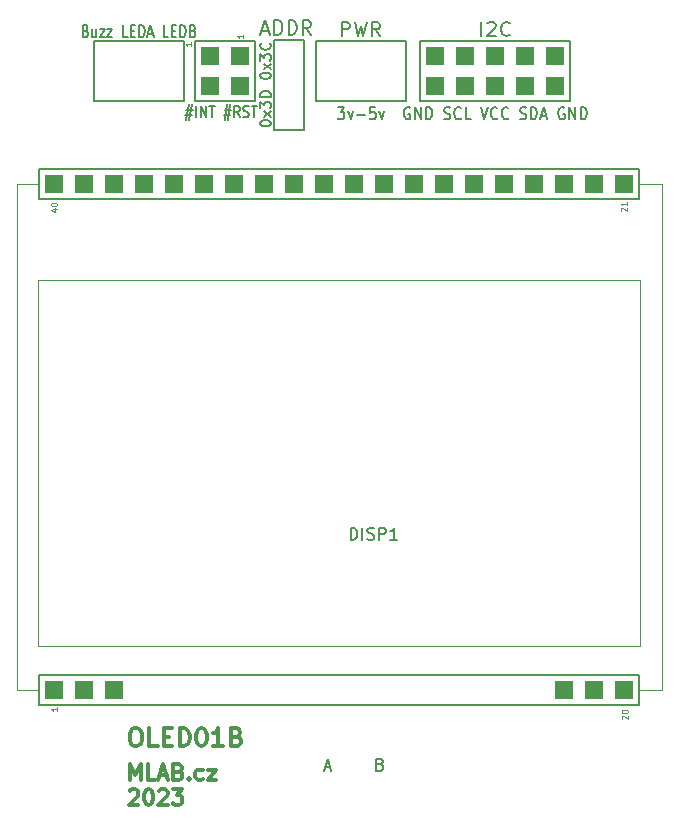
<source format=gbr>
%TF.GenerationSoftware,KiCad,Pcbnew,7.0.7-7.0.7~ubuntu23.04.1*%
%TF.CreationDate,2023-09-11T01:04:32+00:00*%
%TF.ProjectId,OLED01,4f4c4544-3031-42e6-9b69-6361645f7063,rev?*%
%TF.SameCoordinates,PX72ba1e0PY737d6e0*%
%TF.FileFunction,Legend,Top*%
%TF.FilePolarity,Positive*%
%FSLAX46Y46*%
G04 Gerber Fmt 4.6, Leading zero omitted, Abs format (unit mm)*
G04 Created by KiCad (PCBNEW 7.0.7-7.0.7~ubuntu23.04.1) date 2023-09-11 01:04:32*
%MOMM*%
%LPD*%
G01*
G04 APERTURE LIST*
%ADD10C,0.150000*%
%ADD11C,0.300000*%
%ADD12C,0.200000*%
%ADD13C,0.050000*%
%ADD14C,0.120000*%
%ADD15R,1.524000X1.524000*%
G04 APERTURE END LIST*
D10*
X25278571Y57795181D02*
X25835714Y57795181D01*
X25835714Y57795181D02*
X25535714Y57414229D01*
X25535714Y57414229D02*
X25664285Y57414229D01*
X25664285Y57414229D02*
X25750000Y57366610D01*
X25750000Y57366610D02*
X25792857Y57318991D01*
X25792857Y57318991D02*
X25835714Y57223753D01*
X25835714Y57223753D02*
X25835714Y56985658D01*
X25835714Y56985658D02*
X25792857Y56890420D01*
X25792857Y56890420D02*
X25750000Y56842800D01*
X25750000Y56842800D02*
X25664285Y56795181D01*
X25664285Y56795181D02*
X25407142Y56795181D01*
X25407142Y56795181D02*
X25321428Y56842800D01*
X25321428Y56842800D02*
X25278571Y56890420D01*
X26135714Y57461848D02*
X26350000Y56795181D01*
X26350000Y56795181D02*
X26564285Y57461848D01*
X26907142Y57176134D02*
X27592857Y57176134D01*
X28450000Y57795181D02*
X28021428Y57795181D01*
X28021428Y57795181D02*
X27978571Y57318991D01*
X27978571Y57318991D02*
X28021428Y57366610D01*
X28021428Y57366610D02*
X28107143Y57414229D01*
X28107143Y57414229D02*
X28321428Y57414229D01*
X28321428Y57414229D02*
X28407143Y57366610D01*
X28407143Y57366610D02*
X28450000Y57318991D01*
X28450000Y57318991D02*
X28492857Y57223753D01*
X28492857Y57223753D02*
X28492857Y56985658D01*
X28492857Y56985658D02*
X28450000Y56890420D01*
X28450000Y56890420D02*
X28407143Y56842800D01*
X28407143Y56842800D02*
X28321428Y56795181D01*
X28321428Y56795181D02*
X28107143Y56795181D01*
X28107143Y56795181D02*
X28021428Y56842800D01*
X28021428Y56842800D02*
X27978571Y56890420D01*
X28792857Y57461848D02*
X29007143Y56795181D01*
X29007143Y56795181D02*
X29221428Y57461848D01*
X28871428Y2168991D02*
X29014285Y2121372D01*
X29014285Y2121372D02*
X29061904Y2073753D01*
X29061904Y2073753D02*
X29109523Y1978515D01*
X29109523Y1978515D02*
X29109523Y1835658D01*
X29109523Y1835658D02*
X29061904Y1740420D01*
X29061904Y1740420D02*
X29014285Y1692800D01*
X29014285Y1692800D02*
X28919047Y1645181D01*
X28919047Y1645181D02*
X28538095Y1645181D01*
X28538095Y1645181D02*
X28538095Y2645181D01*
X28538095Y2645181D02*
X28871428Y2645181D01*
X28871428Y2645181D02*
X28966666Y2597562D01*
X28966666Y2597562D02*
X29014285Y2549943D01*
X29014285Y2549943D02*
X29061904Y2454705D01*
X29061904Y2454705D02*
X29061904Y2359467D01*
X29061904Y2359467D02*
X29014285Y2264229D01*
X29014285Y2264229D02*
X28966666Y2216610D01*
X28966666Y2216610D02*
X28871428Y2168991D01*
X28871428Y2168991D02*
X28538095Y2168991D01*
X18708557Y56400001D02*
X18708557Y56485715D01*
X18708557Y56485715D02*
X18751414Y56571429D01*
X18751414Y56571429D02*
X18794271Y56614286D01*
X18794271Y56614286D02*
X18879985Y56657144D01*
X18879985Y56657144D02*
X19051414Y56700001D01*
X19051414Y56700001D02*
X19265700Y56700001D01*
X19265700Y56700001D02*
X19437128Y56657144D01*
X19437128Y56657144D02*
X19522842Y56614286D01*
X19522842Y56614286D02*
X19565700Y56571429D01*
X19565700Y56571429D02*
X19608557Y56485715D01*
X19608557Y56485715D02*
X19608557Y56400001D01*
X19608557Y56400001D02*
X19565700Y56314286D01*
X19565700Y56314286D02*
X19522842Y56271429D01*
X19522842Y56271429D02*
X19437128Y56228572D01*
X19437128Y56228572D02*
X19265700Y56185715D01*
X19265700Y56185715D02*
X19051414Y56185715D01*
X19051414Y56185715D02*
X18879985Y56228572D01*
X18879985Y56228572D02*
X18794271Y56271429D01*
X18794271Y56271429D02*
X18751414Y56314286D01*
X18751414Y56314286D02*
X18708557Y56400001D01*
X19608557Y57000001D02*
X19008557Y57471429D01*
X19008557Y57000001D02*
X19608557Y57471429D01*
X18708557Y57728572D02*
X18708557Y58285715D01*
X18708557Y58285715D02*
X19051414Y57985715D01*
X19051414Y57985715D02*
X19051414Y58114286D01*
X19051414Y58114286D02*
X19094271Y58200000D01*
X19094271Y58200000D02*
X19137128Y58242858D01*
X19137128Y58242858D02*
X19222842Y58285715D01*
X19222842Y58285715D02*
X19437128Y58285715D01*
X19437128Y58285715D02*
X19522842Y58242858D01*
X19522842Y58242858D02*
X19565700Y58200000D01*
X19565700Y58200000D02*
X19608557Y58114286D01*
X19608557Y58114286D02*
X19608557Y57857143D01*
X19608557Y57857143D02*
X19565700Y57771429D01*
X19565700Y57771429D02*
X19522842Y57728572D01*
X19608557Y58671429D02*
X18708557Y58671429D01*
X18708557Y58671429D02*
X18708557Y58885715D01*
X18708557Y58885715D02*
X18751414Y59014286D01*
X18751414Y59014286D02*
X18837128Y59100001D01*
X18837128Y59100001D02*
X18922842Y59142858D01*
X18922842Y59142858D02*
X19094271Y59185715D01*
X19094271Y59185715D02*
X19222842Y59185715D01*
X19222842Y59185715D02*
X19394271Y59142858D01*
X19394271Y59142858D02*
X19479985Y59100001D01*
X19479985Y59100001D02*
X19565700Y59014286D01*
X19565700Y59014286D02*
X19608557Y58885715D01*
X19608557Y58885715D02*
X19608557Y58671429D01*
X18708557Y60428572D02*
X18708557Y60514286D01*
X18708557Y60514286D02*
X18751414Y60600000D01*
X18751414Y60600000D02*
X18794271Y60642857D01*
X18794271Y60642857D02*
X18879985Y60685715D01*
X18879985Y60685715D02*
X19051414Y60728572D01*
X19051414Y60728572D02*
X19265700Y60728572D01*
X19265700Y60728572D02*
X19437128Y60685715D01*
X19437128Y60685715D02*
X19522842Y60642857D01*
X19522842Y60642857D02*
X19565700Y60600000D01*
X19565700Y60600000D02*
X19608557Y60514286D01*
X19608557Y60514286D02*
X19608557Y60428572D01*
X19608557Y60428572D02*
X19565700Y60342857D01*
X19565700Y60342857D02*
X19522842Y60300000D01*
X19522842Y60300000D02*
X19437128Y60257143D01*
X19437128Y60257143D02*
X19265700Y60214286D01*
X19265700Y60214286D02*
X19051414Y60214286D01*
X19051414Y60214286D02*
X18879985Y60257143D01*
X18879985Y60257143D02*
X18794271Y60300000D01*
X18794271Y60300000D02*
X18751414Y60342857D01*
X18751414Y60342857D02*
X18708557Y60428572D01*
X19608557Y61028572D02*
X19008557Y61500000D01*
X19008557Y61028572D02*
X19608557Y61500000D01*
X18708557Y61757143D02*
X18708557Y62314286D01*
X18708557Y62314286D02*
X19051414Y62014286D01*
X19051414Y62014286D02*
X19051414Y62142857D01*
X19051414Y62142857D02*
X19094271Y62228571D01*
X19094271Y62228571D02*
X19137128Y62271429D01*
X19137128Y62271429D02*
X19222842Y62314286D01*
X19222842Y62314286D02*
X19437128Y62314286D01*
X19437128Y62314286D02*
X19522842Y62271429D01*
X19522842Y62271429D02*
X19565700Y62228571D01*
X19565700Y62228571D02*
X19608557Y62142857D01*
X19608557Y62142857D02*
X19608557Y61885714D01*
X19608557Y61885714D02*
X19565700Y61800000D01*
X19565700Y61800000D02*
X19522842Y61757143D01*
X19522842Y63214286D02*
X19565700Y63171429D01*
X19565700Y63171429D02*
X19608557Y63042857D01*
X19608557Y63042857D02*
X19608557Y62957143D01*
X19608557Y62957143D02*
X19565700Y62828572D01*
X19565700Y62828572D02*
X19479985Y62742857D01*
X19479985Y62742857D02*
X19394271Y62700000D01*
X19394271Y62700000D02*
X19222842Y62657143D01*
X19222842Y62657143D02*
X19094271Y62657143D01*
X19094271Y62657143D02*
X18922842Y62700000D01*
X18922842Y62700000D02*
X18837128Y62742857D01*
X18837128Y62742857D02*
X18751414Y62828572D01*
X18751414Y62828572D02*
X18708557Y62957143D01*
X18708557Y62957143D02*
X18708557Y63042857D01*
X18708557Y63042857D02*
X18751414Y63171429D01*
X18751414Y63171429D02*
X18794271Y63214286D01*
D11*
X7706891Y860696D02*
X7706891Y2160696D01*
X7706891Y2160696D02*
X8140225Y1232124D01*
X8140225Y1232124D02*
X8573558Y2160696D01*
X8573558Y2160696D02*
X8573558Y860696D01*
X9811653Y860696D02*
X9192605Y860696D01*
X9192605Y860696D02*
X9192605Y2160696D01*
X10183082Y1232124D02*
X10802129Y1232124D01*
X10059272Y860696D02*
X10492605Y2160696D01*
X10492605Y2160696D02*
X10925939Y860696D01*
X11792606Y1541648D02*
X11978320Y1479743D01*
X11978320Y1479743D02*
X12040225Y1417839D01*
X12040225Y1417839D02*
X12102129Y1294029D01*
X12102129Y1294029D02*
X12102129Y1108315D01*
X12102129Y1108315D02*
X12040225Y984505D01*
X12040225Y984505D02*
X11978320Y922600D01*
X11978320Y922600D02*
X11854510Y860696D01*
X11854510Y860696D02*
X11359272Y860696D01*
X11359272Y860696D02*
X11359272Y2160696D01*
X11359272Y2160696D02*
X11792606Y2160696D01*
X11792606Y2160696D02*
X11916415Y2098791D01*
X11916415Y2098791D02*
X11978320Y2036886D01*
X11978320Y2036886D02*
X12040225Y1913077D01*
X12040225Y1913077D02*
X12040225Y1789267D01*
X12040225Y1789267D02*
X11978320Y1665458D01*
X11978320Y1665458D02*
X11916415Y1603553D01*
X11916415Y1603553D02*
X11792606Y1541648D01*
X11792606Y1541648D02*
X11359272Y1541648D01*
X12659272Y984505D02*
X12721177Y922600D01*
X12721177Y922600D02*
X12659272Y860696D01*
X12659272Y860696D02*
X12597368Y922600D01*
X12597368Y922600D02*
X12659272Y984505D01*
X12659272Y984505D02*
X12659272Y860696D01*
X13835463Y922600D02*
X13711654Y860696D01*
X13711654Y860696D02*
X13464035Y860696D01*
X13464035Y860696D02*
X13340225Y922600D01*
X13340225Y922600D02*
X13278320Y984505D01*
X13278320Y984505D02*
X13216416Y1108315D01*
X13216416Y1108315D02*
X13216416Y1479743D01*
X13216416Y1479743D02*
X13278320Y1603553D01*
X13278320Y1603553D02*
X13340225Y1665458D01*
X13340225Y1665458D02*
X13464035Y1727362D01*
X13464035Y1727362D02*
X13711654Y1727362D01*
X13711654Y1727362D02*
X13835463Y1665458D01*
X14268797Y1727362D02*
X14949749Y1727362D01*
X14949749Y1727362D02*
X14268797Y860696D01*
X14268797Y860696D02*
X14949749Y860696D01*
X7644987Y-56114D02*
X7706891Y5791D01*
X7706891Y5791D02*
X7830701Y67696D01*
X7830701Y67696D02*
X8140225Y67696D01*
X8140225Y67696D02*
X8264034Y5791D01*
X8264034Y5791D02*
X8325939Y-56114D01*
X8325939Y-56114D02*
X8387844Y-179923D01*
X8387844Y-179923D02*
X8387844Y-303733D01*
X8387844Y-303733D02*
X8325939Y-489447D01*
X8325939Y-489447D02*
X7583082Y-1232304D01*
X7583082Y-1232304D02*
X8387844Y-1232304D01*
X9192605Y67696D02*
X9316415Y67696D01*
X9316415Y67696D02*
X9440224Y5791D01*
X9440224Y5791D02*
X9502129Y-56114D01*
X9502129Y-56114D02*
X9564034Y-179923D01*
X9564034Y-179923D02*
X9625939Y-427542D01*
X9625939Y-427542D02*
X9625939Y-737066D01*
X9625939Y-737066D02*
X9564034Y-984685D01*
X9564034Y-984685D02*
X9502129Y-1108495D01*
X9502129Y-1108495D02*
X9440224Y-1170400D01*
X9440224Y-1170400D02*
X9316415Y-1232304D01*
X9316415Y-1232304D02*
X9192605Y-1232304D01*
X9192605Y-1232304D02*
X9068796Y-1170400D01*
X9068796Y-1170400D02*
X9006891Y-1108495D01*
X9006891Y-1108495D02*
X8944986Y-984685D01*
X8944986Y-984685D02*
X8883082Y-737066D01*
X8883082Y-737066D02*
X8883082Y-427542D01*
X8883082Y-427542D02*
X8944986Y-179923D01*
X8944986Y-179923D02*
X9006891Y-56114D01*
X9006891Y-56114D02*
X9068796Y5791D01*
X9068796Y5791D02*
X9192605Y67696D01*
X10121177Y-56114D02*
X10183081Y5791D01*
X10183081Y5791D02*
X10306891Y67696D01*
X10306891Y67696D02*
X10616415Y67696D01*
X10616415Y67696D02*
X10740224Y5791D01*
X10740224Y5791D02*
X10802129Y-56114D01*
X10802129Y-56114D02*
X10864034Y-179923D01*
X10864034Y-179923D02*
X10864034Y-303733D01*
X10864034Y-303733D02*
X10802129Y-489447D01*
X10802129Y-489447D02*
X10059272Y-1232304D01*
X10059272Y-1232304D02*
X10864034Y-1232304D01*
X11297367Y67696D02*
X12102129Y67696D01*
X12102129Y67696D02*
X11668795Y-427542D01*
X11668795Y-427542D02*
X11854510Y-427542D01*
X11854510Y-427542D02*
X11978319Y-489447D01*
X11978319Y-489447D02*
X12040224Y-551352D01*
X12040224Y-551352D02*
X12102129Y-675161D01*
X12102129Y-675161D02*
X12102129Y-984685D01*
X12102129Y-984685D02*
X12040224Y-1108495D01*
X12040224Y-1108495D02*
X11978319Y-1170400D01*
X11978319Y-1170400D02*
X11854510Y-1232304D01*
X11854510Y-1232304D02*
X11483081Y-1232304D01*
X11483081Y-1232304D02*
X11359272Y-1170400D01*
X11359272Y-1170400D02*
X11297367Y-1108495D01*
D10*
X31378572Y57747562D02*
X31292858Y57795181D01*
X31292858Y57795181D02*
X31164286Y57795181D01*
X31164286Y57795181D02*
X31035715Y57747562D01*
X31035715Y57747562D02*
X30950000Y57652324D01*
X30950000Y57652324D02*
X30907143Y57557086D01*
X30907143Y57557086D02*
X30864286Y57366610D01*
X30864286Y57366610D02*
X30864286Y57223753D01*
X30864286Y57223753D02*
X30907143Y57033277D01*
X30907143Y57033277D02*
X30950000Y56938039D01*
X30950000Y56938039D02*
X31035715Y56842800D01*
X31035715Y56842800D02*
X31164286Y56795181D01*
X31164286Y56795181D02*
X31250000Y56795181D01*
X31250000Y56795181D02*
X31378572Y56842800D01*
X31378572Y56842800D02*
X31421429Y56890420D01*
X31421429Y56890420D02*
X31421429Y57223753D01*
X31421429Y57223753D02*
X31250000Y57223753D01*
X31807143Y56795181D02*
X31807143Y57795181D01*
X31807143Y57795181D02*
X32321429Y56795181D01*
X32321429Y56795181D02*
X32321429Y57795181D01*
X32750000Y56795181D02*
X32750000Y57795181D01*
X32750000Y57795181D02*
X32964286Y57795181D01*
X32964286Y57795181D02*
X33092857Y57747562D01*
X33092857Y57747562D02*
X33178572Y57652324D01*
X33178572Y57652324D02*
X33221429Y57557086D01*
X33221429Y57557086D02*
X33264286Y57366610D01*
X33264286Y57366610D02*
X33264286Y57223753D01*
X33264286Y57223753D02*
X33221429Y57033277D01*
X33221429Y57033277D02*
X33178572Y56938039D01*
X33178572Y56938039D02*
X33092857Y56842800D01*
X33092857Y56842800D02*
X32964286Y56795181D01*
X32964286Y56795181D02*
X32750000Y56795181D01*
X34292857Y56842800D02*
X34421429Y56795181D01*
X34421429Y56795181D02*
X34635714Y56795181D01*
X34635714Y56795181D02*
X34721429Y56842800D01*
X34721429Y56842800D02*
X34764286Y56890420D01*
X34764286Y56890420D02*
X34807143Y56985658D01*
X34807143Y56985658D02*
X34807143Y57080896D01*
X34807143Y57080896D02*
X34764286Y57176134D01*
X34764286Y57176134D02*
X34721429Y57223753D01*
X34721429Y57223753D02*
X34635714Y57271372D01*
X34635714Y57271372D02*
X34464286Y57318991D01*
X34464286Y57318991D02*
X34378571Y57366610D01*
X34378571Y57366610D02*
X34335714Y57414229D01*
X34335714Y57414229D02*
X34292857Y57509467D01*
X34292857Y57509467D02*
X34292857Y57604705D01*
X34292857Y57604705D02*
X34335714Y57699943D01*
X34335714Y57699943D02*
X34378571Y57747562D01*
X34378571Y57747562D02*
X34464286Y57795181D01*
X34464286Y57795181D02*
X34678571Y57795181D01*
X34678571Y57795181D02*
X34807143Y57747562D01*
X35707143Y56890420D02*
X35664286Y56842800D01*
X35664286Y56842800D02*
X35535714Y56795181D01*
X35535714Y56795181D02*
X35450000Y56795181D01*
X35450000Y56795181D02*
X35321429Y56842800D01*
X35321429Y56842800D02*
X35235714Y56938039D01*
X35235714Y56938039D02*
X35192857Y57033277D01*
X35192857Y57033277D02*
X35150000Y57223753D01*
X35150000Y57223753D02*
X35150000Y57366610D01*
X35150000Y57366610D02*
X35192857Y57557086D01*
X35192857Y57557086D02*
X35235714Y57652324D01*
X35235714Y57652324D02*
X35321429Y57747562D01*
X35321429Y57747562D02*
X35450000Y57795181D01*
X35450000Y57795181D02*
X35535714Y57795181D01*
X35535714Y57795181D02*
X35664286Y57747562D01*
X35664286Y57747562D02*
X35707143Y57699943D01*
X36521429Y56795181D02*
X36092857Y56795181D01*
X36092857Y56795181D02*
X36092857Y57795181D01*
X37378571Y57795181D02*
X37678571Y56795181D01*
X37678571Y56795181D02*
X37978571Y57795181D01*
X38792857Y56890420D02*
X38750000Y56842800D01*
X38750000Y56842800D02*
X38621428Y56795181D01*
X38621428Y56795181D02*
X38535714Y56795181D01*
X38535714Y56795181D02*
X38407143Y56842800D01*
X38407143Y56842800D02*
X38321428Y56938039D01*
X38321428Y56938039D02*
X38278571Y57033277D01*
X38278571Y57033277D02*
X38235714Y57223753D01*
X38235714Y57223753D02*
X38235714Y57366610D01*
X38235714Y57366610D02*
X38278571Y57557086D01*
X38278571Y57557086D02*
X38321428Y57652324D01*
X38321428Y57652324D02*
X38407143Y57747562D01*
X38407143Y57747562D02*
X38535714Y57795181D01*
X38535714Y57795181D02*
X38621428Y57795181D01*
X38621428Y57795181D02*
X38750000Y57747562D01*
X38750000Y57747562D02*
X38792857Y57699943D01*
X39692857Y56890420D02*
X39650000Y56842800D01*
X39650000Y56842800D02*
X39521428Y56795181D01*
X39521428Y56795181D02*
X39435714Y56795181D01*
X39435714Y56795181D02*
X39307143Y56842800D01*
X39307143Y56842800D02*
X39221428Y56938039D01*
X39221428Y56938039D02*
X39178571Y57033277D01*
X39178571Y57033277D02*
X39135714Y57223753D01*
X39135714Y57223753D02*
X39135714Y57366610D01*
X39135714Y57366610D02*
X39178571Y57557086D01*
X39178571Y57557086D02*
X39221428Y57652324D01*
X39221428Y57652324D02*
X39307143Y57747562D01*
X39307143Y57747562D02*
X39435714Y57795181D01*
X39435714Y57795181D02*
X39521428Y57795181D01*
X39521428Y57795181D02*
X39650000Y57747562D01*
X39650000Y57747562D02*
X39692857Y57699943D01*
X40721428Y56842800D02*
X40850000Y56795181D01*
X40850000Y56795181D02*
X41064285Y56795181D01*
X41064285Y56795181D02*
X41150000Y56842800D01*
X41150000Y56842800D02*
X41192857Y56890420D01*
X41192857Y56890420D02*
X41235714Y56985658D01*
X41235714Y56985658D02*
X41235714Y57080896D01*
X41235714Y57080896D02*
X41192857Y57176134D01*
X41192857Y57176134D02*
X41150000Y57223753D01*
X41150000Y57223753D02*
X41064285Y57271372D01*
X41064285Y57271372D02*
X40892857Y57318991D01*
X40892857Y57318991D02*
X40807142Y57366610D01*
X40807142Y57366610D02*
X40764285Y57414229D01*
X40764285Y57414229D02*
X40721428Y57509467D01*
X40721428Y57509467D02*
X40721428Y57604705D01*
X40721428Y57604705D02*
X40764285Y57699943D01*
X40764285Y57699943D02*
X40807142Y57747562D01*
X40807142Y57747562D02*
X40892857Y57795181D01*
X40892857Y57795181D02*
X41107142Y57795181D01*
X41107142Y57795181D02*
X41235714Y57747562D01*
X41621428Y56795181D02*
X41621428Y57795181D01*
X41621428Y57795181D02*
X41835714Y57795181D01*
X41835714Y57795181D02*
X41964285Y57747562D01*
X41964285Y57747562D02*
X42050000Y57652324D01*
X42050000Y57652324D02*
X42092857Y57557086D01*
X42092857Y57557086D02*
X42135714Y57366610D01*
X42135714Y57366610D02*
X42135714Y57223753D01*
X42135714Y57223753D02*
X42092857Y57033277D01*
X42092857Y57033277D02*
X42050000Y56938039D01*
X42050000Y56938039D02*
X41964285Y56842800D01*
X41964285Y56842800D02*
X41835714Y56795181D01*
X41835714Y56795181D02*
X41621428Y56795181D01*
X42478571Y57080896D02*
X42907143Y57080896D01*
X42392857Y56795181D02*
X42692857Y57795181D01*
X42692857Y57795181D02*
X42992857Y56795181D01*
X44450000Y57747562D02*
X44364286Y57795181D01*
X44364286Y57795181D02*
X44235714Y57795181D01*
X44235714Y57795181D02*
X44107143Y57747562D01*
X44107143Y57747562D02*
X44021428Y57652324D01*
X44021428Y57652324D02*
X43978571Y57557086D01*
X43978571Y57557086D02*
X43935714Y57366610D01*
X43935714Y57366610D02*
X43935714Y57223753D01*
X43935714Y57223753D02*
X43978571Y57033277D01*
X43978571Y57033277D02*
X44021428Y56938039D01*
X44021428Y56938039D02*
X44107143Y56842800D01*
X44107143Y56842800D02*
X44235714Y56795181D01*
X44235714Y56795181D02*
X44321428Y56795181D01*
X44321428Y56795181D02*
X44450000Y56842800D01*
X44450000Y56842800D02*
X44492857Y56890420D01*
X44492857Y56890420D02*
X44492857Y57223753D01*
X44492857Y57223753D02*
X44321428Y57223753D01*
X44878571Y56795181D02*
X44878571Y57795181D01*
X44878571Y57795181D02*
X45392857Y56795181D01*
X45392857Y56795181D02*
X45392857Y57795181D01*
X45821428Y56795181D02*
X45821428Y57795181D01*
X45821428Y57795181D02*
X46035714Y57795181D01*
X46035714Y57795181D02*
X46164285Y57747562D01*
X46164285Y57747562D02*
X46250000Y57652324D01*
X46250000Y57652324D02*
X46292857Y57557086D01*
X46292857Y57557086D02*
X46335714Y57366610D01*
X46335714Y57366610D02*
X46335714Y57223753D01*
X46335714Y57223753D02*
X46292857Y57033277D01*
X46292857Y57033277D02*
X46250000Y56938039D01*
X46250000Y56938039D02*
X46164285Y56842800D01*
X46164285Y56842800D02*
X46035714Y56795181D01*
X46035714Y56795181D02*
X45821428Y56795181D01*
D11*
X8015225Y5221672D02*
X8300939Y5221672D01*
X8300939Y5221672D02*
X8443796Y5150243D01*
X8443796Y5150243D02*
X8586653Y5007386D01*
X8586653Y5007386D02*
X8658082Y4721672D01*
X8658082Y4721672D02*
X8658082Y4221672D01*
X8658082Y4221672D02*
X8586653Y3935958D01*
X8586653Y3935958D02*
X8443796Y3793100D01*
X8443796Y3793100D02*
X8300939Y3721672D01*
X8300939Y3721672D02*
X8015225Y3721672D01*
X8015225Y3721672D02*
X7872368Y3793100D01*
X7872368Y3793100D02*
X7729510Y3935958D01*
X7729510Y3935958D02*
X7658082Y4221672D01*
X7658082Y4221672D02*
X7658082Y4721672D01*
X7658082Y4721672D02*
X7729510Y5007386D01*
X7729510Y5007386D02*
X7872368Y5150243D01*
X7872368Y5150243D02*
X8015225Y5221672D01*
X10015225Y3721672D02*
X9300939Y3721672D01*
X9300939Y3721672D02*
X9300939Y5221672D01*
X10515225Y4507386D02*
X11015225Y4507386D01*
X11229511Y3721672D02*
X10515225Y3721672D01*
X10515225Y3721672D02*
X10515225Y5221672D01*
X10515225Y5221672D02*
X11229511Y5221672D01*
X11872368Y3721672D02*
X11872368Y5221672D01*
X11872368Y5221672D02*
X12229511Y5221672D01*
X12229511Y5221672D02*
X12443797Y5150243D01*
X12443797Y5150243D02*
X12586654Y5007386D01*
X12586654Y5007386D02*
X12658083Y4864529D01*
X12658083Y4864529D02*
X12729511Y4578815D01*
X12729511Y4578815D02*
X12729511Y4364529D01*
X12729511Y4364529D02*
X12658083Y4078815D01*
X12658083Y4078815D02*
X12586654Y3935958D01*
X12586654Y3935958D02*
X12443797Y3793100D01*
X12443797Y3793100D02*
X12229511Y3721672D01*
X12229511Y3721672D02*
X11872368Y3721672D01*
X13658083Y5221672D02*
X13800940Y5221672D01*
X13800940Y5221672D02*
X13943797Y5150243D01*
X13943797Y5150243D02*
X14015226Y5078815D01*
X14015226Y5078815D02*
X14086654Y4935958D01*
X14086654Y4935958D02*
X14158083Y4650243D01*
X14158083Y4650243D02*
X14158083Y4293100D01*
X14158083Y4293100D02*
X14086654Y4007386D01*
X14086654Y4007386D02*
X14015226Y3864529D01*
X14015226Y3864529D02*
X13943797Y3793100D01*
X13943797Y3793100D02*
X13800940Y3721672D01*
X13800940Y3721672D02*
X13658083Y3721672D01*
X13658083Y3721672D02*
X13515226Y3793100D01*
X13515226Y3793100D02*
X13443797Y3864529D01*
X13443797Y3864529D02*
X13372368Y4007386D01*
X13372368Y4007386D02*
X13300940Y4293100D01*
X13300940Y4293100D02*
X13300940Y4650243D01*
X13300940Y4650243D02*
X13372368Y4935958D01*
X13372368Y4935958D02*
X13443797Y5078815D01*
X13443797Y5078815D02*
X13515226Y5150243D01*
X13515226Y5150243D02*
X13658083Y5221672D01*
X15586654Y3721672D02*
X14729511Y3721672D01*
X15158082Y3721672D02*
X15158082Y5221672D01*
X15158082Y5221672D02*
X15015225Y5007386D01*
X15015225Y5007386D02*
X14872368Y4864529D01*
X14872368Y4864529D02*
X14729511Y4793100D01*
X16729510Y4507386D02*
X16943796Y4435958D01*
X16943796Y4435958D02*
X17015225Y4364529D01*
X17015225Y4364529D02*
X17086653Y4221672D01*
X17086653Y4221672D02*
X17086653Y4007386D01*
X17086653Y4007386D02*
X17015225Y3864529D01*
X17015225Y3864529D02*
X16943796Y3793100D01*
X16943796Y3793100D02*
X16800939Y3721672D01*
X16800939Y3721672D02*
X16229510Y3721672D01*
X16229510Y3721672D02*
X16229510Y5221672D01*
X16229510Y5221672D02*
X16729510Y5221672D01*
X16729510Y5221672D02*
X16872368Y5150243D01*
X16872368Y5150243D02*
X16943796Y5078815D01*
X16943796Y5078815D02*
X17015225Y4935958D01*
X17015225Y4935958D02*
X17015225Y4793100D01*
X17015225Y4793100D02*
X16943796Y4650243D01*
X16943796Y4650243D02*
X16872368Y4578815D01*
X16872368Y4578815D02*
X16729510Y4507386D01*
X16729510Y4507386D02*
X16229510Y4507386D01*
D12*
X37428571Y63830904D02*
X37428571Y65030904D01*
X37942857Y64916618D02*
X38000000Y64973761D01*
X38000000Y64973761D02*
X38114286Y65030904D01*
X38114286Y65030904D02*
X38400000Y65030904D01*
X38400000Y65030904D02*
X38514286Y64973761D01*
X38514286Y64973761D02*
X38571428Y64916618D01*
X38571428Y64916618D02*
X38628571Y64802332D01*
X38628571Y64802332D02*
X38628571Y64688046D01*
X38628571Y64688046D02*
X38571428Y64516618D01*
X38571428Y64516618D02*
X37885714Y63830904D01*
X37885714Y63830904D02*
X38628571Y63830904D01*
X39828571Y63945189D02*
X39771428Y63888046D01*
X39771428Y63888046D02*
X39600000Y63830904D01*
X39600000Y63830904D02*
X39485714Y63830904D01*
X39485714Y63830904D02*
X39314285Y63888046D01*
X39314285Y63888046D02*
X39200000Y64002332D01*
X39200000Y64002332D02*
X39142857Y64116618D01*
X39142857Y64116618D02*
X39085714Y64345189D01*
X39085714Y64345189D02*
X39085714Y64516618D01*
X39085714Y64516618D02*
X39142857Y64745189D01*
X39142857Y64745189D02*
X39200000Y64859475D01*
X39200000Y64859475D02*
X39314285Y64973761D01*
X39314285Y64973761D02*
X39485714Y65030904D01*
X39485714Y65030904D02*
X39600000Y65030904D01*
X39600000Y65030904D02*
X39771428Y64973761D01*
X39771428Y64973761D02*
X39828571Y64916618D01*
X18814286Y64298115D02*
X19385715Y64298115D01*
X18700000Y63955258D02*
X19100000Y65155258D01*
X19100000Y65155258D02*
X19500000Y63955258D01*
X19900000Y63955258D02*
X19900000Y65155258D01*
X19900000Y65155258D02*
X20185714Y65155258D01*
X20185714Y65155258D02*
X20357143Y65098115D01*
X20357143Y65098115D02*
X20471428Y64983829D01*
X20471428Y64983829D02*
X20528571Y64869543D01*
X20528571Y64869543D02*
X20585714Y64640972D01*
X20585714Y64640972D02*
X20585714Y64469543D01*
X20585714Y64469543D02*
X20528571Y64240972D01*
X20528571Y64240972D02*
X20471428Y64126686D01*
X20471428Y64126686D02*
X20357143Y64012400D01*
X20357143Y64012400D02*
X20185714Y63955258D01*
X20185714Y63955258D02*
X19900000Y63955258D01*
X21100000Y63955258D02*
X21100000Y65155258D01*
X21100000Y65155258D02*
X21385714Y65155258D01*
X21385714Y65155258D02*
X21557143Y65098115D01*
X21557143Y65098115D02*
X21671428Y64983829D01*
X21671428Y64983829D02*
X21728571Y64869543D01*
X21728571Y64869543D02*
X21785714Y64640972D01*
X21785714Y64640972D02*
X21785714Y64469543D01*
X21785714Y64469543D02*
X21728571Y64240972D01*
X21728571Y64240972D02*
X21671428Y64126686D01*
X21671428Y64126686D02*
X21557143Y64012400D01*
X21557143Y64012400D02*
X21385714Y63955258D01*
X21385714Y63955258D02*
X21100000Y63955258D01*
X22985714Y63955258D02*
X22585714Y64526686D01*
X22300000Y63955258D02*
X22300000Y65155258D01*
X22300000Y65155258D02*
X22757143Y65155258D01*
X22757143Y65155258D02*
X22871428Y65098115D01*
X22871428Y65098115D02*
X22928571Y65040972D01*
X22928571Y65040972D02*
X22985714Y64926686D01*
X22985714Y64926686D02*
X22985714Y64755258D01*
X22985714Y64755258D02*
X22928571Y64640972D01*
X22928571Y64640972D02*
X22871428Y64583829D01*
X22871428Y64583829D02*
X22757143Y64526686D01*
X22757143Y64526686D02*
X22300000Y64526686D01*
D10*
X24161905Y1930896D02*
X24638095Y1930896D01*
X24066667Y1645181D02*
X24400000Y2645181D01*
X24400000Y2645181D02*
X24733333Y1645181D01*
X12447618Y57611848D02*
X13019047Y57611848D01*
X12676190Y58040420D02*
X12447618Y56754705D01*
X12942857Y57183277D02*
X12371428Y57183277D01*
X12714285Y56754705D02*
X12942857Y58040420D01*
X13285714Y56945181D02*
X13285714Y57945181D01*
X13666666Y56945181D02*
X13666666Y57945181D01*
X13666666Y57945181D02*
X14123809Y56945181D01*
X14123809Y56945181D02*
X14123809Y57945181D01*
X14390475Y57945181D02*
X14847618Y57945181D01*
X14619046Y56945181D02*
X14619046Y57945181D01*
X15685713Y57611848D02*
X16257142Y57611848D01*
X15914285Y58040420D02*
X15685713Y56754705D01*
X16180952Y57183277D02*
X15609523Y57183277D01*
X15952380Y56754705D02*
X16180952Y58040420D01*
X16980952Y56945181D02*
X16714285Y57421372D01*
X16523809Y56945181D02*
X16523809Y57945181D01*
X16523809Y57945181D02*
X16828571Y57945181D01*
X16828571Y57945181D02*
X16904761Y57897562D01*
X16904761Y57897562D02*
X16942856Y57849943D01*
X16942856Y57849943D02*
X16980952Y57754705D01*
X16980952Y57754705D02*
X16980952Y57611848D01*
X16980952Y57611848D02*
X16942856Y57516610D01*
X16942856Y57516610D02*
X16904761Y57468991D01*
X16904761Y57468991D02*
X16828571Y57421372D01*
X16828571Y57421372D02*
X16523809Y57421372D01*
X17285713Y56992800D02*
X17399999Y56945181D01*
X17399999Y56945181D02*
X17590475Y56945181D01*
X17590475Y56945181D02*
X17666666Y56992800D01*
X17666666Y56992800D02*
X17704761Y57040420D01*
X17704761Y57040420D02*
X17742856Y57135658D01*
X17742856Y57135658D02*
X17742856Y57230896D01*
X17742856Y57230896D02*
X17704761Y57326134D01*
X17704761Y57326134D02*
X17666666Y57373753D01*
X17666666Y57373753D02*
X17590475Y57421372D01*
X17590475Y57421372D02*
X17438094Y57468991D01*
X17438094Y57468991D02*
X17361904Y57516610D01*
X17361904Y57516610D02*
X17323809Y57564229D01*
X17323809Y57564229D02*
X17285713Y57659467D01*
X17285713Y57659467D02*
X17285713Y57754705D01*
X17285713Y57754705D02*
X17323809Y57849943D01*
X17323809Y57849943D02*
X17361904Y57897562D01*
X17361904Y57897562D02*
X17438094Y57945181D01*
X17438094Y57945181D02*
X17628571Y57945181D01*
X17628571Y57945181D02*
X17742856Y57897562D01*
X17971428Y57945181D02*
X18428571Y57945181D01*
X18199999Y56945181D02*
X18199999Y57945181D01*
D12*
X25600000Y63830904D02*
X25600000Y65030904D01*
X25600000Y65030904D02*
X26057143Y65030904D01*
X26057143Y65030904D02*
X26171428Y64973761D01*
X26171428Y64973761D02*
X26228571Y64916618D01*
X26228571Y64916618D02*
X26285714Y64802332D01*
X26285714Y64802332D02*
X26285714Y64630904D01*
X26285714Y64630904D02*
X26228571Y64516618D01*
X26228571Y64516618D02*
X26171428Y64459475D01*
X26171428Y64459475D02*
X26057143Y64402332D01*
X26057143Y64402332D02*
X25600000Y64402332D01*
X26685714Y65030904D02*
X26971428Y63830904D01*
X26971428Y63830904D02*
X27200000Y64688046D01*
X27200000Y64688046D02*
X27428571Y63830904D01*
X27428571Y63830904D02*
X27714286Y65030904D01*
X28857143Y63830904D02*
X28457143Y64402332D01*
X28171429Y63830904D02*
X28171429Y65030904D01*
X28171429Y65030904D02*
X28628572Y65030904D01*
X28628572Y65030904D02*
X28742857Y64973761D01*
X28742857Y64973761D02*
X28800000Y64916618D01*
X28800000Y64916618D02*
X28857143Y64802332D01*
X28857143Y64802332D02*
X28857143Y64630904D01*
X28857143Y64630904D02*
X28800000Y64516618D01*
X28800000Y64516618D02*
X28742857Y64459475D01*
X28742857Y64459475D02*
X28628572Y64402332D01*
X28628572Y64402332D02*
X28171429Y64402332D01*
D10*
X3923808Y64268991D02*
X4038094Y64221372D01*
X4038094Y64221372D02*
X4076189Y64173753D01*
X4076189Y64173753D02*
X4114285Y64078515D01*
X4114285Y64078515D02*
X4114285Y63935658D01*
X4114285Y63935658D02*
X4076189Y63840420D01*
X4076189Y63840420D02*
X4038094Y63792800D01*
X4038094Y63792800D02*
X3961904Y63745181D01*
X3961904Y63745181D02*
X3657142Y63745181D01*
X3657142Y63745181D02*
X3657142Y64745181D01*
X3657142Y64745181D02*
X3923808Y64745181D01*
X3923808Y64745181D02*
X3999999Y64697562D01*
X3999999Y64697562D02*
X4038094Y64649943D01*
X4038094Y64649943D02*
X4076189Y64554705D01*
X4076189Y64554705D02*
X4076189Y64459467D01*
X4076189Y64459467D02*
X4038094Y64364229D01*
X4038094Y64364229D02*
X3999999Y64316610D01*
X3999999Y64316610D02*
X3923808Y64268991D01*
X3923808Y64268991D02*
X3657142Y64268991D01*
X4799999Y64411848D02*
X4799999Y63745181D01*
X4457142Y64411848D02*
X4457142Y63888039D01*
X4457142Y63888039D02*
X4495237Y63792800D01*
X4495237Y63792800D02*
X4571427Y63745181D01*
X4571427Y63745181D02*
X4685713Y63745181D01*
X4685713Y63745181D02*
X4761904Y63792800D01*
X4761904Y63792800D02*
X4799999Y63840420D01*
X5104761Y64411848D02*
X5523809Y64411848D01*
X5523809Y64411848D02*
X5104761Y63745181D01*
X5104761Y63745181D02*
X5523809Y63745181D01*
X5752380Y64411848D02*
X6171428Y64411848D01*
X6171428Y64411848D02*
X5752380Y63745181D01*
X5752380Y63745181D02*
X6171428Y63745181D01*
X7466666Y63745181D02*
X7085714Y63745181D01*
X7085714Y63745181D02*
X7085714Y64745181D01*
X7733333Y64268991D02*
X7999999Y64268991D01*
X8114285Y63745181D02*
X7733333Y63745181D01*
X7733333Y63745181D02*
X7733333Y64745181D01*
X7733333Y64745181D02*
X8114285Y64745181D01*
X8457143Y63745181D02*
X8457143Y64745181D01*
X8457143Y64745181D02*
X8647619Y64745181D01*
X8647619Y64745181D02*
X8761905Y64697562D01*
X8761905Y64697562D02*
X8838095Y64602324D01*
X8838095Y64602324D02*
X8876190Y64507086D01*
X8876190Y64507086D02*
X8914286Y64316610D01*
X8914286Y64316610D02*
X8914286Y64173753D01*
X8914286Y64173753D02*
X8876190Y63983277D01*
X8876190Y63983277D02*
X8838095Y63888039D01*
X8838095Y63888039D02*
X8761905Y63792800D01*
X8761905Y63792800D02*
X8647619Y63745181D01*
X8647619Y63745181D02*
X8457143Y63745181D01*
X9219047Y64030896D02*
X9600000Y64030896D01*
X9142857Y63745181D02*
X9409524Y64745181D01*
X9409524Y64745181D02*
X9676190Y63745181D01*
X10933333Y63745181D02*
X10552381Y63745181D01*
X10552381Y63745181D02*
X10552381Y64745181D01*
X11200000Y64268991D02*
X11466666Y64268991D01*
X11580952Y63745181D02*
X11200000Y63745181D01*
X11200000Y63745181D02*
X11200000Y64745181D01*
X11200000Y64745181D02*
X11580952Y64745181D01*
X11923810Y63745181D02*
X11923810Y64745181D01*
X11923810Y64745181D02*
X12114286Y64745181D01*
X12114286Y64745181D02*
X12228572Y64697562D01*
X12228572Y64697562D02*
X12304762Y64602324D01*
X12304762Y64602324D02*
X12342857Y64507086D01*
X12342857Y64507086D02*
X12380953Y64316610D01*
X12380953Y64316610D02*
X12380953Y64173753D01*
X12380953Y64173753D02*
X12342857Y63983277D01*
X12342857Y63983277D02*
X12304762Y63888039D01*
X12304762Y63888039D02*
X12228572Y63792800D01*
X12228572Y63792800D02*
X12114286Y63745181D01*
X12114286Y63745181D02*
X11923810Y63745181D01*
X12990476Y64268991D02*
X13104762Y64221372D01*
X13104762Y64221372D02*
X13142857Y64173753D01*
X13142857Y64173753D02*
X13180953Y64078515D01*
X13180953Y64078515D02*
X13180953Y63935658D01*
X13180953Y63935658D02*
X13142857Y63840420D01*
X13142857Y63840420D02*
X13104762Y63792800D01*
X13104762Y63792800D02*
X13028572Y63745181D01*
X13028572Y63745181D02*
X12723810Y63745181D01*
X12723810Y63745181D02*
X12723810Y64745181D01*
X12723810Y64745181D02*
X12990476Y64745181D01*
X12990476Y64745181D02*
X13066667Y64697562D01*
X13066667Y64697562D02*
X13104762Y64649943D01*
X13104762Y64649943D02*
X13142857Y64554705D01*
X13142857Y64554705D02*
X13142857Y64459467D01*
X13142857Y64459467D02*
X13104762Y64364229D01*
X13104762Y64364229D02*
X13066667Y64316610D01*
X13066667Y64316610D02*
X12990476Y64268991D01*
X12990476Y64268991D02*
X12723810Y64268991D01*
D13*
X12878709Y63292858D02*
X12878709Y63007144D01*
X12878709Y63150001D02*
X12378709Y63150001D01*
X12378709Y63150001D02*
X12450138Y63102382D01*
X12450138Y63102382D02*
X12497757Y63054763D01*
X12497757Y63054763D02*
X12521566Y63007144D01*
D10*
X26347619Y21195181D02*
X26347619Y22195181D01*
X26347619Y22195181D02*
X26585714Y22195181D01*
X26585714Y22195181D02*
X26728571Y22147562D01*
X26728571Y22147562D02*
X26823809Y22052324D01*
X26823809Y22052324D02*
X26871428Y21957086D01*
X26871428Y21957086D02*
X26919047Y21766610D01*
X26919047Y21766610D02*
X26919047Y21623753D01*
X26919047Y21623753D02*
X26871428Y21433277D01*
X26871428Y21433277D02*
X26823809Y21338039D01*
X26823809Y21338039D02*
X26728571Y21242800D01*
X26728571Y21242800D02*
X26585714Y21195181D01*
X26585714Y21195181D02*
X26347619Y21195181D01*
X27347619Y21195181D02*
X27347619Y22195181D01*
X27776190Y21242800D02*
X27919047Y21195181D01*
X27919047Y21195181D02*
X28157142Y21195181D01*
X28157142Y21195181D02*
X28252380Y21242800D01*
X28252380Y21242800D02*
X28299999Y21290420D01*
X28299999Y21290420D02*
X28347618Y21385658D01*
X28347618Y21385658D02*
X28347618Y21480896D01*
X28347618Y21480896D02*
X28299999Y21576134D01*
X28299999Y21576134D02*
X28252380Y21623753D01*
X28252380Y21623753D02*
X28157142Y21671372D01*
X28157142Y21671372D02*
X27966666Y21718991D01*
X27966666Y21718991D02*
X27871428Y21766610D01*
X27871428Y21766610D02*
X27823809Y21814229D01*
X27823809Y21814229D02*
X27776190Y21909467D01*
X27776190Y21909467D02*
X27776190Y22004705D01*
X27776190Y22004705D02*
X27823809Y22099943D01*
X27823809Y22099943D02*
X27871428Y22147562D01*
X27871428Y22147562D02*
X27966666Y22195181D01*
X27966666Y22195181D02*
X28204761Y22195181D01*
X28204761Y22195181D02*
X28347618Y22147562D01*
X28776190Y21195181D02*
X28776190Y22195181D01*
X28776190Y22195181D02*
X29157142Y22195181D01*
X29157142Y22195181D02*
X29252380Y22147562D01*
X29252380Y22147562D02*
X29299999Y22099943D01*
X29299999Y22099943D02*
X29347618Y22004705D01*
X29347618Y22004705D02*
X29347618Y21861848D01*
X29347618Y21861848D02*
X29299999Y21766610D01*
X29299999Y21766610D02*
X29252380Y21718991D01*
X29252380Y21718991D02*
X29157142Y21671372D01*
X29157142Y21671372D02*
X28776190Y21671372D01*
X30299999Y21195181D02*
X29728571Y21195181D01*
X30014285Y21195181D02*
X30014285Y22195181D01*
X30014285Y22195181D02*
X29919047Y22052324D01*
X29919047Y22052324D02*
X29823809Y21957086D01*
X29823809Y21957086D02*
X29728571Y21909467D01*
D13*
X1155376Y49187144D02*
X1488709Y49187144D01*
X964900Y49068096D02*
X1322042Y48949049D01*
X1322042Y48949049D02*
X1322042Y49258572D01*
X988709Y49544286D02*
X988709Y49591905D01*
X988709Y49591905D02*
X1012519Y49639524D01*
X1012519Y49639524D02*
X1036328Y49663334D01*
X1036328Y49663334D02*
X1083947Y49687143D01*
X1083947Y49687143D02*
X1179185Y49710953D01*
X1179185Y49710953D02*
X1298233Y49710953D01*
X1298233Y49710953D02*
X1393471Y49687143D01*
X1393471Y49687143D02*
X1441090Y49663334D01*
X1441090Y49663334D02*
X1464900Y49639524D01*
X1464900Y49639524D02*
X1488709Y49591905D01*
X1488709Y49591905D02*
X1488709Y49544286D01*
X1488709Y49544286D02*
X1464900Y49496667D01*
X1464900Y49496667D02*
X1441090Y49472858D01*
X1441090Y49472858D02*
X1393471Y49449048D01*
X1393471Y49449048D02*
X1298233Y49425239D01*
X1298233Y49425239D02*
X1179185Y49425239D01*
X1179185Y49425239D02*
X1083947Y49449048D01*
X1083947Y49449048D02*
X1036328Y49472858D01*
X1036328Y49472858D02*
X1012519Y49496667D01*
X1012519Y49496667D02*
X988709Y49544286D01*
X49376328Y6019049D02*
X49352519Y6042858D01*
X49352519Y6042858D02*
X49328709Y6090477D01*
X49328709Y6090477D02*
X49328709Y6209525D01*
X49328709Y6209525D02*
X49352519Y6257144D01*
X49352519Y6257144D02*
X49376328Y6280953D01*
X49376328Y6280953D02*
X49423947Y6304763D01*
X49423947Y6304763D02*
X49471566Y6304763D01*
X49471566Y6304763D02*
X49542995Y6280953D01*
X49542995Y6280953D02*
X49828709Y5995239D01*
X49828709Y5995239D02*
X49828709Y6304763D01*
X49328709Y6614286D02*
X49328709Y6661905D01*
X49328709Y6661905D02*
X49352519Y6709524D01*
X49352519Y6709524D02*
X49376328Y6733334D01*
X49376328Y6733334D02*
X49423947Y6757143D01*
X49423947Y6757143D02*
X49519185Y6780953D01*
X49519185Y6780953D02*
X49638233Y6780953D01*
X49638233Y6780953D02*
X49733471Y6757143D01*
X49733471Y6757143D02*
X49781090Y6733334D01*
X49781090Y6733334D02*
X49804900Y6709524D01*
X49804900Y6709524D02*
X49828709Y6661905D01*
X49828709Y6661905D02*
X49828709Y6614286D01*
X49828709Y6614286D02*
X49804900Y6566667D01*
X49804900Y6566667D02*
X49781090Y6542858D01*
X49781090Y6542858D02*
X49733471Y6519048D01*
X49733471Y6519048D02*
X49638233Y6495239D01*
X49638233Y6495239D02*
X49519185Y6495239D01*
X49519185Y6495239D02*
X49423947Y6519048D01*
X49423947Y6519048D02*
X49376328Y6542858D01*
X49376328Y6542858D02*
X49352519Y6566667D01*
X49352519Y6566667D02*
X49328709Y6614286D01*
X1498709Y6991858D02*
X1498709Y6706144D01*
X1498709Y6849001D02*
X998709Y6849001D01*
X998709Y6849001D02*
X1070138Y6801382D01*
X1070138Y6801382D02*
X1117757Y6753763D01*
X1117757Y6753763D02*
X1141566Y6706144D01*
X49276328Y49019049D02*
X49252519Y49042858D01*
X49252519Y49042858D02*
X49228709Y49090477D01*
X49228709Y49090477D02*
X49228709Y49209525D01*
X49228709Y49209525D02*
X49252519Y49257144D01*
X49252519Y49257144D02*
X49276328Y49280953D01*
X49276328Y49280953D02*
X49323947Y49304763D01*
X49323947Y49304763D02*
X49371566Y49304763D01*
X49371566Y49304763D02*
X49442995Y49280953D01*
X49442995Y49280953D02*
X49728709Y48995239D01*
X49728709Y48995239D02*
X49728709Y49304763D01*
X49728709Y49780953D02*
X49728709Y49495239D01*
X49728709Y49638096D02*
X49228709Y49638096D01*
X49228709Y49638096D02*
X49300138Y49590477D01*
X49300138Y49590477D02*
X49347757Y49542858D01*
X49347757Y49542858D02*
X49371566Y49495239D01*
X17248709Y63963858D02*
X17248709Y63678144D01*
X17248709Y63821001D02*
X16748709Y63821001D01*
X16748709Y63821001D02*
X16820138Y63773382D01*
X16820138Y63773382D02*
X16867757Y63725763D01*
X16867757Y63725763D02*
X16891566Y63678144D01*
D10*
%TO.C,J1*%
X12210000Y58360000D02*
X4590000Y58360000D01*
X4590000Y63440000D02*
X12210000Y63440000D01*
X12210000Y63440000D02*
X12210000Y58360000D01*
X4590000Y58360000D02*
X4590000Y63440000D01*
%TO.C,J6*%
X32250000Y63440000D02*
X44950000Y63440000D01*
X44950000Y58360000D02*
X32250000Y58360000D01*
X32250000Y58360000D02*
X32250000Y63440000D01*
X44950000Y63440000D02*
X44950000Y58360000D01*
%TO.C,J5*%
X22370000Y55890000D02*
X19830000Y55890000D01*
X19830000Y63510000D02*
X22370000Y63510000D01*
X22370000Y63510000D02*
X22370000Y55890000D01*
X19830000Y55890000D02*
X19830000Y63510000D01*
%TO.C,DISP1*%
X50790000Y50030000D02*
X-10000Y50030000D01*
D14*
X-1900000Y8500000D02*
X0Y8500000D01*
X52700000Y51300000D02*
X50790000Y51300000D01*
D10*
X50800000Y7230000D02*
X0Y7230000D01*
X-10000Y52570000D02*
X50790000Y52570000D01*
X0Y9770000D02*
X50800000Y9770000D01*
D14*
X-1900000Y51300000D02*
X-1900000Y8500000D01*
D10*
X0Y7230000D02*
X0Y9770000D01*
X-10000Y50030000D02*
X-10000Y52570000D01*
D14*
X52700000Y8500000D02*
X52700000Y51300000D01*
D10*
X50790000Y52570000D02*
X50790000Y50030000D01*
X50800000Y9770000D02*
X50800000Y7230000D01*
D14*
X-10000Y51300000D02*
X-1900000Y51300000D01*
X50800000Y8500000D02*
X52700000Y8500000D01*
X-100000Y43200000D02*
X50900000Y43200000D01*
X50900000Y43200000D02*
X50900000Y12200000D01*
X50900000Y12200000D02*
X-100000Y12200000D01*
X-100000Y12200000D02*
X-100000Y43200000D01*
X-100000Y43200000D02*
X50900000Y43200000D01*
X50900000Y43200000D02*
X50900000Y12200000D01*
X50900000Y12200000D02*
X-100000Y12200000D01*
X-100000Y12200000D02*
X-100000Y43200000D01*
D10*
%TO.C,J2*%
X31010000Y58360000D02*
X23390000Y58360000D01*
X31010000Y63440000D02*
X31010000Y58360000D01*
X23390000Y63440000D02*
X31010000Y63440000D01*
X23390000Y58360000D02*
X23390000Y63440000D01*
%TO.C,J3*%
X18290000Y63440000D02*
X18290000Y58360000D01*
X13210000Y63440000D02*
X18290000Y63440000D01*
X18290000Y58360000D02*
X13210000Y58360000D01*
X13210000Y58360000D02*
X13210000Y63440000D01*
%TD*%
D15*
%TO.C,J6*%
X33520000Y59630000D03*
X33520000Y62170000D03*
X36060000Y59630000D03*
X36060000Y62170000D03*
X38600000Y59630000D03*
X38600000Y62170000D03*
X41140000Y59630000D03*
X41140000Y62170000D03*
X43680000Y59630000D03*
X43680000Y62170000D03*
%TD*%
%TO.C,DISP1*%
X1270000Y8500000D03*
X3810000Y8500000D03*
X6350000Y8500000D03*
X44450000Y8500000D03*
X46990000Y8500000D03*
X49530000Y8500000D03*
X49520000Y51300000D03*
X46980000Y51300000D03*
X44440000Y51300000D03*
X41900000Y51300000D03*
X39360000Y51300000D03*
X36820000Y51300000D03*
X34280000Y51300000D03*
X31740000Y51300000D03*
X29200000Y51300000D03*
X26660000Y51300000D03*
X24120000Y51300000D03*
X21580000Y51300000D03*
X19040000Y51300000D03*
X16500000Y51300000D03*
X13960000Y51300000D03*
X11420000Y51300000D03*
X8880000Y51300000D03*
X6340000Y51300000D03*
X3800000Y51300000D03*
X1260000Y51300000D03*
%TD*%
%TO.C,J3*%
X17020000Y62170000D03*
X17020000Y59630000D03*
X14480000Y62170000D03*
X14480000Y59630000D03*
%TD*%
M02*

</source>
